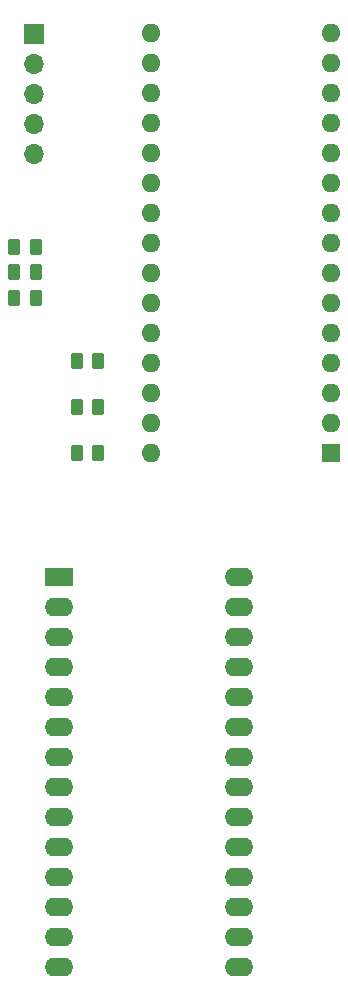
<source format=gbr>
%TF.GenerationSoftware,KiCad,Pcbnew,7.0.11+dfsg-1build4*%
%TF.CreationDate,2024-05-16T01:15:23+10:00*%
%TF.ProjectId,NoBootLoadFlasher,4e6f426f-6f74-44c6-9f61-64466c617368,rev?*%
%TF.SameCoordinates,Original*%
%TF.FileFunction,Soldermask,Top*%
%TF.FilePolarity,Negative*%
%FSLAX46Y46*%
G04 Gerber Fmt 4.6, Leading zero omitted, Abs format (unit mm)*
G04 Created by KiCad (PCBNEW 7.0.11+dfsg-1build4) date 2024-05-16 01:15:23*
%MOMM*%
%LPD*%
G01*
G04 APERTURE LIST*
G04 Aperture macros list*
%AMRoundRect*
0 Rectangle with rounded corners*
0 $1 Rounding radius*
0 $2 $3 $4 $5 $6 $7 $8 $9 X,Y pos of 4 corners*
0 Add a 4 corners polygon primitive as box body*
4,1,4,$2,$3,$4,$5,$6,$7,$8,$9,$2,$3,0*
0 Add four circle primitives for the rounded corners*
1,1,$1+$1,$2,$3*
1,1,$1+$1,$4,$5*
1,1,$1+$1,$6,$7*
1,1,$1+$1,$8,$9*
0 Add four rect primitives between the rounded corners*
20,1,$1+$1,$2,$3,$4,$5,0*
20,1,$1+$1,$4,$5,$6,$7,0*
20,1,$1+$1,$6,$7,$8,$9,0*
20,1,$1+$1,$8,$9,$2,$3,0*%
G04 Aperture macros list end*
%ADD10R,1.700000X1.700000*%
%ADD11O,1.700000X1.700000*%
%ADD12RoundRect,0.250000X0.262500X0.450000X-0.262500X0.450000X-0.262500X-0.450000X0.262500X-0.450000X0*%
%ADD13R,2.400000X1.600000*%
%ADD14O,2.400000X1.600000*%
%ADD15O,1.600000X1.600000*%
%ADD16R,1.600000X1.600000*%
G04 APERTURE END LIST*
D10*
%TO.C,REF\u002A\u002A*%
X81534000Y-81407000D03*
D11*
X81534000Y-83947000D03*
X81534000Y-86487000D03*
X81534000Y-89027000D03*
X81534000Y-91567000D03*
%TD*%
D12*
%TO.C,REF\u002A\u002A*%
X86995000Y-112940000D03*
X85170000Y-112940000D03*
%TD*%
%TO.C,REF\u002A\u002A*%
X81712000Y-99390200D03*
X79887000Y-99390200D03*
%TD*%
D13*
%TO.C,REF\u002A\u002A*%
X83639200Y-127341800D03*
D14*
X83639200Y-129881800D03*
X83639200Y-132421800D03*
X83639200Y-134961800D03*
X83639200Y-137501800D03*
X83639200Y-140041800D03*
X83639200Y-142581800D03*
X83639200Y-145121800D03*
X83639200Y-147661800D03*
X83639200Y-150201800D03*
X83639200Y-152741800D03*
X83639200Y-155281800D03*
X83639200Y-157821800D03*
X83639200Y-160361800D03*
X98879200Y-160361800D03*
X98879200Y-157821800D03*
X98879200Y-155281800D03*
X98879200Y-152741800D03*
X98879200Y-150201800D03*
X98879200Y-147661800D03*
X98879200Y-145121800D03*
X98879200Y-142581800D03*
X98879200Y-140041800D03*
X98879200Y-137501800D03*
X98879200Y-134961800D03*
X98879200Y-132421800D03*
X98879200Y-129881800D03*
X98879200Y-127341800D03*
%TD*%
D12*
%TO.C,REF\u002A\u002A*%
X81712000Y-103759000D03*
X79887000Y-103759000D03*
%TD*%
D15*
%TO.C,LGT8F328P LQFP32 MiniEVB*%
X91440000Y-116840000D03*
X91440000Y-114300000D03*
X91440000Y-111760000D03*
X91440000Y-109220000D03*
X91440000Y-106680000D03*
X91440000Y-104140000D03*
X91440000Y-101600000D03*
X91440000Y-99060000D03*
X91440000Y-96520000D03*
X91440000Y-93980000D03*
X91440000Y-91440000D03*
X91440000Y-88900000D03*
X91440000Y-86360000D03*
X91440000Y-83820000D03*
X91440000Y-81280000D03*
X106680000Y-81280000D03*
X106680000Y-83820000D03*
X106680000Y-86360000D03*
X106680000Y-88900000D03*
X106680000Y-91440000D03*
X106680000Y-93980000D03*
X106680000Y-96520000D03*
X106680000Y-99060000D03*
X106680000Y-101600000D03*
X106680000Y-104140000D03*
X106680000Y-106680000D03*
X106680000Y-109220000D03*
X106680000Y-111760000D03*
X106680000Y-114300000D03*
D16*
X106680000Y-116840000D03*
%TD*%
D12*
%TO.C,REF\u002A\u002A*%
X86995000Y-116840000D03*
X85170000Y-116840000D03*
%TD*%
%TO.C,REF\u002A\u002A*%
X81712000Y-101574600D03*
X79887000Y-101574600D03*
%TD*%
%TO.C,REF\u002A\u002A*%
X86995000Y-109040000D03*
X85170000Y-109040000D03*
%TD*%
M02*

</source>
